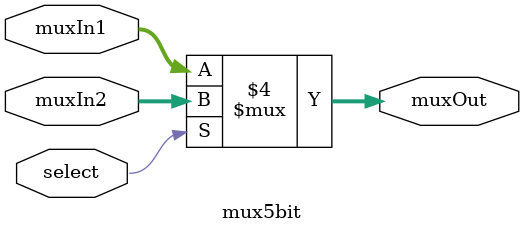
<source format=v>

module mux5bit(input select, input [4:0] muxIn1, input [4:0] muxIn2, output reg [4:0] muxOut);
always @(*)begin
  if (select == 0)
    muxOut = muxIn1;
  else
    muxOut = muxIn2;
end

endmodule

</source>
